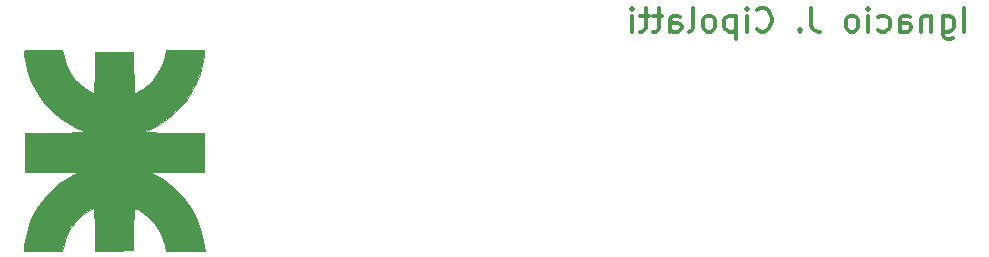
<source format=gbr>
%TF.GenerationSoftware,KiCad,Pcbnew,(5.1.10)-1*%
%TF.CreationDate,2021-10-14T00:36:54-03:00*%
%TF.ProjectId,3ARA_PCB,33415241-5f50-4434-922e-6b696361645f,rev?*%
%TF.SameCoordinates,Original*%
%TF.FileFunction,Legend,Bot*%
%TF.FilePolarity,Positive*%
%FSLAX46Y46*%
G04 Gerber Fmt 4.6, Leading zero omitted, Abs format (unit mm)*
G04 Created by KiCad (PCBNEW (5.1.10)-1) date 2021-10-14 00:36:54*
%MOMM*%
%LPD*%
G01*
G04 APERTURE LIST*
%ADD10C,0.375000*%
%ADD11C,0.010000*%
G04 APERTURE END LIST*
D10*
X190947619Y-60954761D02*
X190947619Y-58954761D01*
X189138095Y-59621428D02*
X189138095Y-61240476D01*
X189233333Y-61430952D01*
X189328571Y-61526190D01*
X189519047Y-61621428D01*
X189804761Y-61621428D01*
X189995238Y-61526190D01*
X189138095Y-60859523D02*
X189328571Y-60954761D01*
X189709523Y-60954761D01*
X189900000Y-60859523D01*
X189995238Y-60764285D01*
X190090476Y-60573809D01*
X190090476Y-60002380D01*
X189995238Y-59811904D01*
X189900000Y-59716666D01*
X189709523Y-59621428D01*
X189328571Y-59621428D01*
X189138095Y-59716666D01*
X188185714Y-59621428D02*
X188185714Y-60954761D01*
X188185714Y-59811904D02*
X188090476Y-59716666D01*
X187900000Y-59621428D01*
X187614285Y-59621428D01*
X187423809Y-59716666D01*
X187328571Y-59907142D01*
X187328571Y-60954761D01*
X185519047Y-60954761D02*
X185519047Y-59907142D01*
X185614285Y-59716666D01*
X185804761Y-59621428D01*
X186185714Y-59621428D01*
X186376190Y-59716666D01*
X185519047Y-60859523D02*
X185709523Y-60954761D01*
X186185714Y-60954761D01*
X186376190Y-60859523D01*
X186471428Y-60669047D01*
X186471428Y-60478571D01*
X186376190Y-60288095D01*
X186185714Y-60192857D01*
X185709523Y-60192857D01*
X185519047Y-60097619D01*
X183709523Y-60859523D02*
X183900000Y-60954761D01*
X184280952Y-60954761D01*
X184471428Y-60859523D01*
X184566666Y-60764285D01*
X184661904Y-60573809D01*
X184661904Y-60002380D01*
X184566666Y-59811904D01*
X184471428Y-59716666D01*
X184280952Y-59621428D01*
X183900000Y-59621428D01*
X183709523Y-59716666D01*
X182852380Y-60954761D02*
X182852380Y-59621428D01*
X182852380Y-58954761D02*
X182947619Y-59050000D01*
X182852380Y-59145238D01*
X182757142Y-59050000D01*
X182852380Y-58954761D01*
X182852380Y-59145238D01*
X181614285Y-60954761D02*
X181804761Y-60859523D01*
X181900000Y-60764285D01*
X181995238Y-60573809D01*
X181995238Y-60002380D01*
X181900000Y-59811904D01*
X181804761Y-59716666D01*
X181614285Y-59621428D01*
X181328571Y-59621428D01*
X181138095Y-59716666D01*
X181042857Y-59811904D01*
X180947619Y-60002380D01*
X180947619Y-60573809D01*
X181042857Y-60764285D01*
X181138095Y-60859523D01*
X181328571Y-60954761D01*
X181614285Y-60954761D01*
X177995238Y-58954761D02*
X177995238Y-60383333D01*
X178090476Y-60669047D01*
X178280952Y-60859523D01*
X178566666Y-60954761D01*
X178757142Y-60954761D01*
X177042857Y-60764285D02*
X176947619Y-60859523D01*
X177042857Y-60954761D01*
X177138095Y-60859523D01*
X177042857Y-60764285D01*
X177042857Y-60954761D01*
X173423809Y-60764285D02*
X173519047Y-60859523D01*
X173804761Y-60954761D01*
X173995238Y-60954761D01*
X174280952Y-60859523D01*
X174471428Y-60669047D01*
X174566666Y-60478571D01*
X174661904Y-60097619D01*
X174661904Y-59811904D01*
X174566666Y-59430952D01*
X174471428Y-59240476D01*
X174280952Y-59050000D01*
X173995238Y-58954761D01*
X173804761Y-58954761D01*
X173519047Y-59050000D01*
X173423809Y-59145238D01*
X172566666Y-60954761D02*
X172566666Y-59621428D01*
X172566666Y-58954761D02*
X172661904Y-59050000D01*
X172566666Y-59145238D01*
X172471428Y-59050000D01*
X172566666Y-58954761D01*
X172566666Y-59145238D01*
X171614285Y-59621428D02*
X171614285Y-61621428D01*
X171614285Y-59716666D02*
X171423809Y-59621428D01*
X171042857Y-59621428D01*
X170852380Y-59716666D01*
X170757142Y-59811904D01*
X170661904Y-60002380D01*
X170661904Y-60573809D01*
X170757142Y-60764285D01*
X170852380Y-60859523D01*
X171042857Y-60954761D01*
X171423809Y-60954761D01*
X171614285Y-60859523D01*
X169519047Y-60954761D02*
X169709523Y-60859523D01*
X169804761Y-60764285D01*
X169900000Y-60573809D01*
X169900000Y-60002380D01*
X169804761Y-59811904D01*
X169709523Y-59716666D01*
X169519047Y-59621428D01*
X169233333Y-59621428D01*
X169042857Y-59716666D01*
X168947619Y-59811904D01*
X168852380Y-60002380D01*
X168852380Y-60573809D01*
X168947619Y-60764285D01*
X169042857Y-60859523D01*
X169233333Y-60954761D01*
X169519047Y-60954761D01*
X167709523Y-60954761D02*
X167900000Y-60859523D01*
X167995238Y-60669047D01*
X167995238Y-58954761D01*
X166090476Y-60954761D02*
X166090476Y-59907142D01*
X166185714Y-59716666D01*
X166376190Y-59621428D01*
X166757142Y-59621428D01*
X166947619Y-59716666D01*
X166090476Y-60859523D02*
X166280952Y-60954761D01*
X166757142Y-60954761D01*
X166947619Y-60859523D01*
X167042857Y-60669047D01*
X167042857Y-60478571D01*
X166947619Y-60288095D01*
X166757142Y-60192857D01*
X166280952Y-60192857D01*
X166090476Y-60097619D01*
X165423809Y-59621428D02*
X164661904Y-59621428D01*
X165138095Y-58954761D02*
X165138095Y-60669047D01*
X165042857Y-60859523D01*
X164852380Y-60954761D01*
X164661904Y-60954761D01*
X164280952Y-59621428D02*
X163519047Y-59621428D01*
X163995238Y-58954761D02*
X163995238Y-60669047D01*
X163900000Y-60859523D01*
X163709523Y-60954761D01*
X163519047Y-60954761D01*
X162852380Y-60954761D02*
X162852380Y-59621428D01*
X162852380Y-58954761D02*
X162947619Y-59050000D01*
X162852380Y-59145238D01*
X162757142Y-59050000D01*
X162852380Y-58954761D01*
X162852380Y-59145238D01*
D11*
%TO.C,G\u002A\u002A\u002A*%
G36*
X118976833Y-79491662D02*
G01*
X120606666Y-79468667D01*
X120629541Y-77661097D01*
X120635977Y-77044567D01*
X120643424Y-76581068D01*
X120660607Y-76254474D01*
X120696251Y-76048658D01*
X120759082Y-75947494D01*
X120857824Y-75934855D01*
X121001202Y-75994614D01*
X121197942Y-76110646D01*
X121401511Y-76234276D01*
X121908175Y-76618267D01*
X122377977Y-77129692D01*
X122782497Y-77726860D01*
X123093312Y-78368082D01*
X123276922Y-78985213D01*
X123380364Y-79511000D01*
X126666165Y-79511000D01*
X126613119Y-79066500D01*
X126396146Y-77929785D01*
X126027543Y-76865298D01*
X125511647Y-75879327D01*
X124852797Y-74978160D01*
X124055330Y-74168085D01*
X123123582Y-73455391D01*
X122469333Y-73059083D01*
X122046000Y-72825401D01*
X126575666Y-72822333D01*
X126575666Y-69522746D01*
X123930947Y-69500373D01*
X121286227Y-69478000D01*
X121877780Y-69245607D01*
X122700809Y-68849167D01*
X123512201Y-68322553D01*
X124265370Y-67701279D01*
X124913733Y-67020859D01*
X125092887Y-66794544D01*
X125543834Y-66108009D01*
X125937150Y-65339711D01*
X126254382Y-64536485D01*
X126477076Y-63745168D01*
X126586780Y-63012593D01*
X126587556Y-63001000D01*
X126618000Y-62535333D01*
X125003440Y-62512392D01*
X123388881Y-62489451D01*
X123290143Y-63020392D01*
X123196010Y-63387757D01*
X123052241Y-63800654D01*
X122921747Y-64101667D01*
X122649211Y-64548989D01*
X122276679Y-65012173D01*
X121848302Y-65445460D01*
X121408231Y-65803090D01*
X121094700Y-65995332D01*
X120652438Y-66219443D01*
X120606666Y-62704667D01*
X117347000Y-62658677D01*
X117347000Y-64396172D01*
X117345023Y-64999250D01*
X117338273Y-65451833D01*
X117325517Y-65772719D01*
X117305522Y-65980708D01*
X117277057Y-66094602D01*
X117238890Y-66133199D01*
X117233126Y-66133667D01*
X117065614Y-66079809D01*
X116812179Y-65935966D01*
X116509709Y-65728736D01*
X116195091Y-65484717D01*
X115905213Y-65230507D01*
X115720960Y-65043314D01*
X115290614Y-64457617D01*
X114949267Y-63777276D01*
X114728975Y-63067118D01*
X114718542Y-63016065D01*
X114615635Y-62493000D01*
X113022981Y-62493000D01*
X112520951Y-62496664D01*
X112079129Y-62506857D01*
X111724633Y-62522383D01*
X111484580Y-62542047D01*
X111386091Y-62564652D01*
X111385695Y-62565215D01*
X111374113Y-62689975D01*
X111395828Y-62940300D01*
X111444814Y-63277050D01*
X111515041Y-63661086D01*
X111600481Y-64053270D01*
X111638788Y-64208418D01*
X111973728Y-65181191D01*
X112458880Y-66108404D01*
X113077161Y-66970680D01*
X113811488Y-67748644D01*
X114644777Y-68422920D01*
X115559943Y-68974132D01*
X116034666Y-69194093D01*
X116712000Y-69478000D01*
X114066166Y-69500373D01*
X111420333Y-69522746D01*
X111420333Y-72822333D01*
X113685166Y-72822338D01*
X115950000Y-72822343D01*
X115235842Y-73224505D01*
X114476328Y-73730647D01*
X113748552Y-74363976D01*
X113083125Y-75089529D01*
X112510662Y-75872341D01*
X112061774Y-76677447D01*
X111916913Y-77015223D01*
X111601641Y-78000873D01*
X111400655Y-79014644D01*
X111388450Y-79108833D01*
X111338906Y-79511000D01*
X114615635Y-79511000D01*
X114714651Y-79007712D01*
X114931394Y-78302586D01*
X115287086Y-77615690D01*
X115753794Y-76986070D01*
X116303586Y-76452769D01*
X116775732Y-76126708D01*
X117021521Y-75991229D01*
X117207986Y-75898514D01*
X117283500Y-75871128D01*
X117302139Y-75951479D01*
X117318616Y-76176740D01*
X117332079Y-76522492D01*
X117341677Y-76964316D01*
X117346558Y-77477793D01*
X117347000Y-77692495D01*
X117346999Y-79514657D01*
X118976833Y-79491662D01*
G37*
X118976833Y-79491662D02*
X120606666Y-79468667D01*
X120629541Y-77661097D01*
X120635977Y-77044567D01*
X120643424Y-76581068D01*
X120660607Y-76254474D01*
X120696251Y-76048658D01*
X120759082Y-75947494D01*
X120857824Y-75934855D01*
X121001202Y-75994614D01*
X121197942Y-76110646D01*
X121401511Y-76234276D01*
X121908175Y-76618267D01*
X122377977Y-77129692D01*
X122782497Y-77726860D01*
X123093312Y-78368082D01*
X123276922Y-78985213D01*
X123380364Y-79511000D01*
X126666165Y-79511000D01*
X126613119Y-79066500D01*
X126396146Y-77929785D01*
X126027543Y-76865298D01*
X125511647Y-75879327D01*
X124852797Y-74978160D01*
X124055330Y-74168085D01*
X123123582Y-73455391D01*
X122469333Y-73059083D01*
X122046000Y-72825401D01*
X126575666Y-72822333D01*
X126575666Y-69522746D01*
X123930947Y-69500373D01*
X121286227Y-69478000D01*
X121877780Y-69245607D01*
X122700809Y-68849167D01*
X123512201Y-68322553D01*
X124265370Y-67701279D01*
X124913733Y-67020859D01*
X125092887Y-66794544D01*
X125543834Y-66108009D01*
X125937150Y-65339711D01*
X126254382Y-64536485D01*
X126477076Y-63745168D01*
X126586780Y-63012593D01*
X126587556Y-63001000D01*
X126618000Y-62535333D01*
X125003440Y-62512392D01*
X123388881Y-62489451D01*
X123290143Y-63020392D01*
X123196010Y-63387757D01*
X123052241Y-63800654D01*
X122921747Y-64101667D01*
X122649211Y-64548989D01*
X122276679Y-65012173D01*
X121848302Y-65445460D01*
X121408231Y-65803090D01*
X121094700Y-65995332D01*
X120652438Y-66219443D01*
X120606666Y-62704667D01*
X117347000Y-62658677D01*
X117347000Y-64396172D01*
X117345023Y-64999250D01*
X117338273Y-65451833D01*
X117325517Y-65772719D01*
X117305522Y-65980708D01*
X117277057Y-66094602D01*
X117238890Y-66133199D01*
X117233126Y-66133667D01*
X117065614Y-66079809D01*
X116812179Y-65935966D01*
X116509709Y-65728736D01*
X116195091Y-65484717D01*
X115905213Y-65230507D01*
X115720960Y-65043314D01*
X115290614Y-64457617D01*
X114949267Y-63777276D01*
X114728975Y-63067118D01*
X114718542Y-63016065D01*
X114615635Y-62493000D01*
X113022981Y-62493000D01*
X112520951Y-62496664D01*
X112079129Y-62506857D01*
X111724633Y-62522383D01*
X111484580Y-62542047D01*
X111386091Y-62564652D01*
X111385695Y-62565215D01*
X111374113Y-62689975D01*
X111395828Y-62940300D01*
X111444814Y-63277050D01*
X111515041Y-63661086D01*
X111600481Y-64053270D01*
X111638788Y-64208418D01*
X111973728Y-65181191D01*
X112458880Y-66108404D01*
X113077161Y-66970680D01*
X113811488Y-67748644D01*
X114644777Y-68422920D01*
X115559943Y-68974132D01*
X116034666Y-69194093D01*
X116712000Y-69478000D01*
X114066166Y-69500373D01*
X111420333Y-69522746D01*
X111420333Y-72822333D01*
X113685166Y-72822338D01*
X115950000Y-72822343D01*
X115235842Y-73224505D01*
X114476328Y-73730647D01*
X113748552Y-74363976D01*
X113083125Y-75089529D01*
X112510662Y-75872341D01*
X112061774Y-76677447D01*
X111916913Y-77015223D01*
X111601641Y-78000873D01*
X111400655Y-79014644D01*
X111388450Y-79108833D01*
X111338906Y-79511000D01*
X114615635Y-79511000D01*
X114714651Y-79007712D01*
X114931394Y-78302586D01*
X115287086Y-77615690D01*
X115753794Y-76986070D01*
X116303586Y-76452769D01*
X116775732Y-76126708D01*
X117021521Y-75991229D01*
X117207986Y-75898514D01*
X117283500Y-75871128D01*
X117302139Y-75951479D01*
X117318616Y-76176740D01*
X117332079Y-76522492D01*
X117341677Y-76964316D01*
X117346558Y-77477793D01*
X117347000Y-77692495D01*
X117346999Y-79514657D01*
X118976833Y-79491662D01*
%TD*%
M02*

</source>
